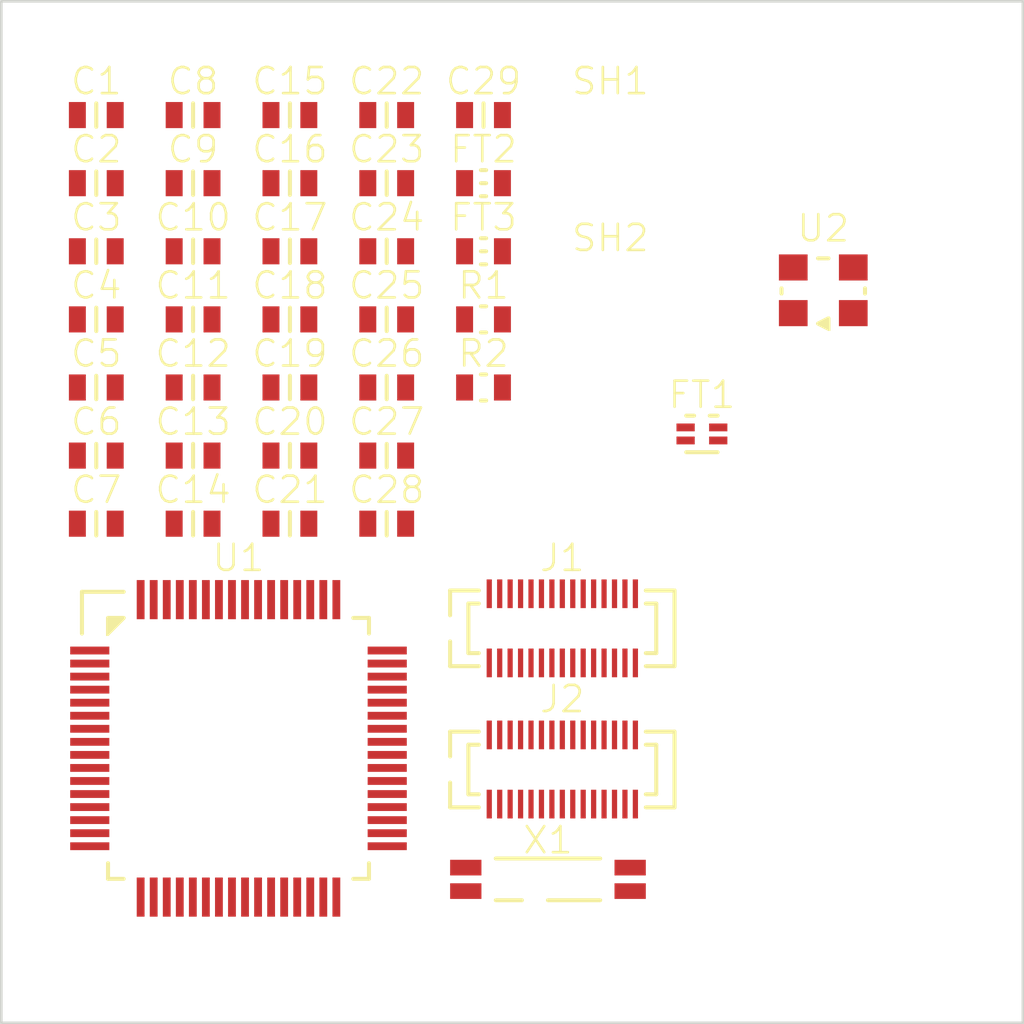
<source format=kicad_pcb>
(kicad_pcb (version 20240108) (generator "pcbnew") (generator_version "8.0")
  (title_block (title "INVERTER BOARD") (date "2024-08-14") (rev "0.1") (company "TON DUC THANG UNIVERSITY") (comment 1 "Schematic Designed by ...") (comment 2 "PCB Designed by ...") (comment 3 "Approved by ..."))
  (layers (0 "F.Cu" signal) (1 "In1.Cu" signal) (2 "In2.Cu" signal) (31 "B.Cu" signal) (34 "B.Paste" user) (35 "F.Paste" user) (36 "B.SilkS" user "B.Silkscreen") (37 "F.SilkS" user "F.Silkscreen") (38 "B.Mask" user) (39 "F.Mask" user) (44 "Edge.Cuts" user))
  (net 0 "")
  (net 1 "GND")
  (net 2 "Net-(U1-AVDD)")
  (net 3 "VDD")
  (net 4 "AGND")
  (net 5 "/VBUS")
  (net 6 "/MC_IPM_TEMP")
  (net 7 "/SYS_CLK")
  (net 8 "/MC_IU_SENSE")
  (net 9 "/MC_VDC_SENSE")
  (net 10 "/MC_IV_SENSE")
  (net 11 "/MC_VU_SENSE")
  (net 12 "/MC_IW_SENSE")
  (net 13 "/MC_VV_SENSE")
  (net 14 "+3V3")
  (net 15 "/MC_IDC_SENSE")
  (net 16 "/MC_VW_SENSE")
  (net 17 "/SOSCI")
  (net 18 "/SOSCO")
  (net 19 "VREF")
  (net 20 "/VREF_SENSE")
  (net 21 "/PFC_IA_SENSE")
  (net 22 "/PFC_IB_SENSE")
  (net 23 "/VAC_SENSE")
  (net 24 "/USB1_N")
  (net 25 "/USB_P")
  (net 26 "/USB_N")
  (net 27 "/USB1_P")
  (net 88 "Net-(U2-CLKO)")
  (net 89 "/~{MEM_TMP}")
  (net 90 "/ENC_HOME")
  (net 91 "/PGD")
  (net 92 "/PFC_PWM_A")
  (net 93 "/MC_PWM_VL")
  (net 94 "/GPIO1")
  (net 95 "/~{INV_FLT_OC}")
  (net 96 "/MC_PWM_UH")
  (net 97 "/TXD1")
  (net 98 "/ENC_INDEX")
  (net 99 "/~{BT_UBT}")
  (net 100 "/PGC")
  (net 101 "/SDI")
  (net 102 "/IND_RUN")
  (net 103 "/~{MEM_CFG}")
  (net 104 "/GPIO2")
  (net 105 "/IND_ERR")
  (net 106 "/MC_PWM_VH")
  (net 107 "/ENC_B")
  (net 108 "/MC_PWM_UL")
  (net 109 "/SYS_CLK_EN")
  (net 110 "/RXD2")
  (net 111 "/PFC_PWM_ENA")
  (net 112 "/ENC_A")
  (net 113 "/TXD2")
  (net 114 "/MC_PWM_WL")
  (net 115 "/PFC_PWM_ENB")
  (net 116 "/SDO")
  (net 117 "/MC_PWM_WH")
  (net 118 "/SCK")
  (net 119 "/~{MCLR}")
  (net 120 "/PFC_PWM_B")
  (net 121 "/RXD1")
  (net 122 "/~{INV_FAULT}")
  (footprint "SAMPI:CAP0603" (layer "F.Cu") (at 85.7275 83.085)
    (property "Reference" "C3" (at 0 -1.3 0) (layer "F.SilkS") (effects (font (thickness 0.1))))
    (property "Value" "22pF" (hide yes))
    (fp_line (start 0 -0.45) (end 0 0.45) (stroke (width 0.154)) (layer "F.SilkS"))
    (pad "1" smd rect (at -0.725 0 180) (size 0.65 1) (layers "F.Cu" "F.Paste" "F.Mask") (net 4 "AGND"))
    (pad "2" smd rect (at 0.725 0 180) (size 0.65 1) (layers "F.Cu" "F.Paste" "F.Mask") (net 22 "/PFC_IB_SENSE"))
  )
  (footprint "SAMPI:CAP0603" (layer "F.Cu") (at 89.4375 80.475)
    (property "Reference" "C9" (at 0 -1.3 0) (layer "F.SilkS") (effects (font (thickness 0.1))))
    (property "Value" "100nF" (hide yes))
    (fp_line (start 0 -0.45) (end 0 0.45) (stroke (width 0.154)) (layer "F.SilkS"))
    (pad "1" smd rect (at -0.725 0 180) (size 0.65 1) (layers "F.Cu" "F.Paste" "F.Mask") (net 4 "AGND"))
    (pad "2" smd rect (at 0.725 0 180) (size 0.65 1) (layers "F.Cu" "F.Paste" "F.Mask") (net 2 "Net-(U1-AVDD)"))
  )
  (footprint "SAMPI:IND1210_4P" (layer "F.Cu") (at 108.9375 90.085)
    (property "Reference" "FT1" (at 0 -1.5 0) (layer "F.SilkS") (effects (font (thickness 0.1))))
    (property "Value" "2x 120R@100MHz" (hide yes))
    (fp_line (start -0.6 -0.7) (end -0.3 -0.7) (stroke (width 0.154)) (layer "F.SilkS"))
    (fp_line (start -0.6 0.7) (end 0.6 0.7) (stroke (width 0.154)) (layer "F.SilkS"))
    (fp_line (start 0.6 -0.7) (end 0.3 -0.7) (stroke (width 0.154)) (layer "F.SilkS"))
    (pad "1" smd rect (at -0.625 -0.25) (size 0.7 0.3) (layers "F.Cu" "F.Paste" "F.Mask") (net 27 "/USB1_P"))
    (pad "2" smd rect (at 0.625 -0.25) (size 0.7 0.3) (layers "F.Cu" "F.Paste" "F.Mask") (net 25 "/USB_P"))
    (pad "3" smd rect (at 0.625 0.25) (size 0.7 0.3) (layers "F.Cu" "F.Paste" "F.Mask") (net 26 "/USB_N"))
    (pad "4" smd rect (at -0.625 0.25) (size 0.7 0.3) (layers "F.Cu" "F.Paste" "F.Mask") (net 24 "/USB1_N"))
  )
  (footprint "SAMPI:CAP0603" (layer "F.Cu") (at 89.4375 88.305)
    (property "Reference" "C12" (at 0 -1.3 0) (layer "F.SilkS") (effects (font (thickness 0.1))))
    (property "Value" "22pF" (hide yes))
    (fp_line (start 0 -0.45) (end 0 0.45) (stroke (width 0.154)) (layer "F.SilkS"))
    (pad "1" smd rect (at -0.725 0 180) (size 0.65 1) (layers "F.Cu" "F.Paste" "F.Mask") (net 1 "GND"))
    (pad "2" smd rect (at 0.725 0 180) (size 0.65 1) (layers "F.Cu" "F.Paste" "F.Mask") (net 2 "Net-(U1-AVDD)"))
  )
  (footprint "SAMPI:CAP0603" (layer "F.Cu") (at 85.7275 80.475)
    (property "Reference" "C2" (at 0 -1.3 0) (layer "F.SilkS") (effects (font (thickness 0.1))))
    (property "Value" "22pF" (hide yes))
    (fp_line (start 0 -0.45) (end 0 0.45) (stroke (width 0.154)) (layer "F.SilkS"))
    (pad "1" smd rect (at -0.725 0 180) (size 0.65 1) (layers "F.Cu" "F.Paste" "F.Mask") (net 4 "AGND"))
    (pad "2" smd rect (at 0.725 0 180) (size 0.65 1) (layers "F.Cu" "F.Paste" "F.Mask") (net 21 "/PFC_IA_SENSE"))
  )
  (footprint "SAMPI:CAP0603" (layer "F.Cu") (at 85.7275 77.865)
    (property "Reference" "C1" (at 0 -1.3 0) (layer "F.SilkS") (effects (font (thickness 0.1))))
    (property "Value" "22pF" (hide yes))
    (fp_line (start 0 -0.45) (end 0 0.45) (stroke (width 0.154)) (layer "F.SilkS"))
    (pad "1" smd rect (at -0.725 0 180) (size 0.65 1) (layers "F.Cu" "F.Paste" "F.Mask") (net 4 "AGND"))
    (pad "2" smd rect (at 0.725 0 180) (size 0.65 1) (layers "F.Cu" "F.Paste" "F.Mask") (net 20 "/VREF_SENSE"))
  )
  (footprint "SAMPI:CAP0603" (layer "F.Cu") (at 93.1475 90.915)
    (property "Reference" "C20" (at 0 -1.3 0) (layer "F.SilkS") (effects (font (thickness 0.1))))
    (property "Value" "22pF" (hide yes))
    (fp_line (start 0 -0.45) (end 0 0.45) (stroke (width 0.154)) (layer "F.SilkS"))
    (pad "1" smd rect (at -0.725 0 180) (size 0.65 1) (layers "F.Cu" "F.Paste" "F.Mask") (net 4 "AGND"))
    (pad "2" smd rect (at 0.725 0 180) (size 0.65 1) (layers "F.Cu" "F.Paste" "F.Mask") (net 10 "/MC_IV_SENSE"))
  )
  (footprint "SAMPI:CAP0603" (layer "F.Cu") (at 100.5675 77.865)
    (property "Reference" "C29" (at 0 -1.3 0) (layer "F.SilkS") (effects (font (thickness 0.1))))
    (property "Value" "9pF" (hide yes))
    (fp_line (start 0 -0.45) (end 0 0.45) (stroke (width 0.154)) (layer "F.SilkS"))
    (pad "1" smd rect (at -0.725 0 180) (size 0.65 1) (layers "F.Cu" "F.Paste" "F.Mask") (net 1 "GND"))
    (pad "2" smd rect (at 0.725 0 180) (size 0.65 1) (layers "F.Cu" "F.Paste" "F.Mask") (net 18 "/SOSCO"))
  )
  (footprint "SAMPI:CAP0603" (layer "F.Cu") (at 89.4375 77.865)
    (property "Reference" "C8" (at 0 -1.3 0) (layer "F.SilkS") (effects (font (thickness 0.1))))
    (property "Value" "100nF" (hide yes))
    (fp_line (start 0 -0.45) (end 0 0.45) (stroke (width 0.154)) (layer "F.SilkS"))
    (pad "1" smd rect (at -0.725 0 180) (size 0.65 1) (layers "F.Cu" "F.Paste" "F.Mask") (net 1 "GND"))
    (pad "2" smd rect (at 0.725 0 180) (size 0.65 1) (layers "F.Cu" "F.Paste" "F.Mask") (net 3 "VDD"))
  )
  (footprint "SAMPI:CAP0603" (layer "F.Cu") (at 93.1475 77.865)
    (property "Reference" "C15" (at 0 -1.3 0) (layer "F.SilkS") (effects (font (thickness 0.1))))
    (property "Value" "22pF" (hide yes))
    (fp_line (start 0 -0.45) (end 0 0.45) (stroke (width 0.154)) (layer "F.SilkS"))
    (pad "1" smd rect (at -0.725 0 180) (size 0.65 1) (layers "F.Cu" "F.Paste" "F.Mask") (net 4 "AGND"))
    (pad "2" smd rect (at 0.725 0 180) (size 0.65 1) (layers "F.Cu" "F.Paste" "F.Mask") (net 6 "/MC_IPM_TEMP"))
  )
  (footprint "SAMPI:CAP0603" (layer "F.Cu") (at 96.8575 88.305)
    (property "Reference" "C26" (at 0 -1.3 0) (layer "F.SilkS") (effects (font (thickness 0.1))))
    (property "Value" "22pF" (hide yes))
    (fp_line (start 0 -0.45) (end 0 0.45) (stroke (width 0.154)) (layer "F.SilkS"))
    (pad "1" smd rect (at -0.725 0 180) (size 0.65 1) (layers "F.Cu" "F.Paste" "F.Mask") (net 4 "AGND"))
    (pad "2" smd rect (at 0.725 0 180) (size 0.65 1) (layers "F.Cu" "F.Paste" "F.Mask") (net 15 "/MC_IDC_SENSE"))
  )
  (footprint "SAMPI:RES0603" (layer "F.Cu") (at 100.5675 88.305)
    (property "Reference" "R2" (at 0 -1.3 0) (layer "F.SilkS") (effects (font (thickness 0.1))))
    (property "Value" "100K" (hide yes))
    (fp_line (start -0.1 -0.5) (end 0.1 -0.5) (stroke (width 0.154)) (layer "F.SilkS"))
    (fp_line (start -0.1 0.5) (end 0.1 0.5) (stroke (width 0.154)) (layer "F.SilkS"))
    (pad "1" smd rect (at -0.725 0 180) (size 0.65 1) (layers "F.Cu" "F.Paste" "F.Mask") (net 5 "/VBUS"))
    (pad "2" smd rect (at 0.725 0 180) (size 0.65 1) (layers "F.Cu" "F.Paste" "F.Mask") (net 1 "GND"))
  )
  (footprint "SAMPI:CAP0603" (layer "F.Cu") (at 96.8575 77.865)
    (property "Reference" "C22" (at 0 -1.3 0) (layer "F.SilkS") (effects (font (thickness 0.1))))
    (property "Value" "22pF" (hide yes))
    (fp_line (start 0 -0.45) (end 0 0.45) (stroke (width 0.154)) (layer "F.SilkS"))
    (pad "1" smd rect (at -0.725 0 180) (size 0.65 1) (layers "F.Cu" "F.Paste" "F.Mask") (net 1 "GND"))
    (pad "2" smd rect (at 0.725 0 180) (size 0.65 1) (layers "F.Cu" "F.Paste" "F.Mask") (net 3 "VDD"))
  )
  (footprint "SAMPI:CAP0603" (layer "F.Cu") (at 85.7275 90.915)
    (property "Reference" "C6" (at 0 -1.3 0) (layer "F.SilkS") (effects (font (thickness 0.1))))
    (property "Value" "100nF" (hide yes))
    (fp_line (start 0 -0.45) (end 0 0.45) (stroke (width 0.154)) (layer "F.SilkS"))
    (pad "1" smd rect (at -0.725 0 180) (size 0.65 1) (layers "F.Cu" "F.Paste" "F.Mask") (net 1 "GND"))
    (pad "2" smd rect (at 0.725 0 180) (size 0.65 1) (layers "F.Cu" "F.Paste" "F.Mask") (net 14 "+3V3"))
  )
  (footprint "SAMPI:SMD4-7015" (layer "F.Cu") (at 103.0375 107.155)
    (property "Reference" "X1" (at 0 -1.5 0) (layer "F.SilkS") (effects (font (thickness 0.1))))
    (property "Value" "32.768kHz" (hide yes))
    (fp_line (start -2 0.8) (end -1 0.8) (stroke (width 0.154)) (layer "F.SilkS"))
    (fp_line (start 0 0.8) (end 2 0.8) (stroke (width 0.154)) (layer "F.SilkS"))
    (fp_line (start 2 -0.8) (end -2 -0.8) (stroke (width 0.154)) (layer "F.SilkS"))
    (pad "1" smd rect (at -3.15 0.45) (size 1.2 0.6) (layers "F.Cu" "F.Paste" "F.Mask") (net 17 "/SOSCI"))
    (pad "2" smd rect (at 3.15 0.45) (size 1.2 0.6) (layers "F.Cu" "F.Paste" "F.Mask") (net 1 "GND"))
    (pad "3" smd rect (at 3.15 -0.45) (size 1.2 0.6) (layers "F.Cu" "F.Paste" "F.Mask") (net 1 "GND"))
    (pad "4" smd rect (at -3.15 -0.45) (size 1.2 0.6) (layers "F.Cu" "F.Paste" "F.Mask") (net 18 "/SOSCO"))
  )
  (footprint "SAMPI:FT0603" (layer "F.Cu") (at 100.5675 80.475)
    (property "Reference" "FT2" (at 0 -1.3 0) (layer "F.SilkS") (effects (font (thickness 0.1))))
    (property "Value" "120R@100MHz" (hide yes))
    (fp_line (start -0.1 -0.5) (end 0.1 -0.5) (stroke (width 0.154)) (layer "F.SilkS"))
    (fp_line (start -0.1 0) (end 0.1 0) (stroke (width 0.154)) (layer "F.SilkS"))
    (fp_line (start -0.1 0.5) (end 0.1 0.5) (stroke (width 0.154)) (layer "F.SilkS"))
    (pad "1" smd rect (at -0.725 0 180) (size 0.65 1) (layers "F.Cu" "F.Paste" "F.Mask") (net 19 "VREF"))
    (pad "2" smd rect (at 0.725 0 180) (size 0.65 1) (layers "F.Cu" "F.Paste" "F.Mask") (net 2 "Net-(U1-AVDD)"))
  )
  (footprint "SAMPI:CAP0603" (layer "F.Cu") (at 93.1475 93.525)
    (property "Reference" "C21" (at 0 -1.3 0) (layer "F.SilkS") (effects (font (thickness 0.1))))
    (property "Value" "22pF" (hide yes))
    (fp_line (start 0 -0.45) (end 0 0.45) (stroke (width 0.154)) (layer "F.SilkS"))
    (pad "1" smd rect (at -0.725 0 180) (size 0.65 1) (layers "F.Cu" "F.Paste" "F.Mask") (net 4 "AGND"))
    (pad "2" smd rect (at 0.725 0 180) (size 0.65 1) (layers "F.Cu" "F.Paste" "F.Mask") (net 11 "/MC_VU_SENSE"))
  )
  (footprint "SAMPI:CAP0603" (layer "F.Cu") (at 93.1475 80.475)
    (property "Reference" "C16" (at 0 -1.3 0) (layer "F.SilkS") (effects (font (thickness 0.1))))
    (property "Value" "22pF" (hide yes))
    (fp_line (start 0 -0.45) (end 0 0.45) (stroke (width 0.154)) (layer "F.SilkS"))
    (pad "1" smd rect (at -0.725 0 180) (size 0.65 1) (layers "F.Cu" "F.Paste" "F.Mask") (net 1 "GND"))
    (pad "2" smd rect (at 0.725 0 180) (size 0.65 1) (layers "F.Cu" "F.Paste" "F.Mask") (net 19 "VREF"))
  )
  (footprint "SAMPI:CAP0603" (layer "F.Cu") (at 96.8575 80.475)
    (property "Reference" "C23" (at 0 -1.3 0) (layer "F.SilkS") (effects (font (thickness 0.1))))
    (property "Value" "22pF" (hide yes))
    (fp_line (start 0 -0.45) (end 0 0.45) (stroke (width 0.154)) (layer "F.SilkS"))
    (pad "1" smd rect (at -0.725 0 180) (size 0.65 1) (layers "F.Cu" "F.Paste" "F.Mask") (net 4 "AGND"))
    (pad "2" smd rect (at 0.725 0 180) (size 0.65 1) (layers "F.Cu" "F.Paste" "F.Mask") (net 12 "/MC_IW_SENSE"))
  )
  (footprint "SAMPI:CAP0603" (layer "F.Cu") (at 85.7275 93.525)
    (property "Reference" "C7" (at 0 -1.3 0) (layer "F.SilkS") (effects (font (thickness 0.1))))
    (property "Value" "100nF" (hide yes))
    (fp_line (start 0 -0.45) (end 0 0.45) (stroke (width 0.154)) (layer "F.SilkS"))
    (pad "1" smd rect (at -0.725 0 180) (size 0.65 1) (layers "F.Cu" "F.Paste" "F.Mask") (net 1 "GND"))
    (pad "2" smd rect (at 0.725 0 180) (size 0.65 1) (layers "F.Cu" "F.Paste" "F.Mask") (net 3 "VDD"))
  )
  (footprint "Liem:HOLDER-3MM" (layer "F.Cu") (at 105.4275 79.565)
    (property "Reference" "SH1" (at 0 -3 0) (layer "F.SilkS") (effects (font (thickness 0.1))))
    (property "Value" "SCREW HOLDER" (hide yes))
    (pad "" np_thru_hole circle (at 0 0 180) (size 3 3) (drill 3) (layers "F&B.Cu" "*.Mask") (clearance 1))
  )
  (footprint "SAMPI:CAP0603" (layer "F.Cu") (at 89.4375 93.525)
    (property "Reference" "C14" (at 0 -1.3 0) (layer "F.SilkS") (effects (font (thickness 0.1))))
    (property "Value" "22pF" (hide yes))
    (fp_line (start 0 -0.45) (end 0 0.45) (stroke (width 0.154)) (layer "F.SilkS"))
    (pad "1" smd rect (at -0.725 0 180) (size 0.65 1) (layers "F.Cu" "F.Paste" "F.Mask") (net 1 "GND"))
    (pad "2" smd rect (at 0.725 0 180) (size 0.65 1) (layers "F.Cu" "F.Paste" "F.Mask") (net 5 "/VBUS"))
  )
  (footprint "SAMPI:CAP0603" (layer "F.Cu") (at 93.1475 88.305)
    (property "Reference" "C19" (at 0 -1.3 0) (layer "F.SilkS") (effects (font (thickness 0.1))))
    (property "Value" "10uF" (hide yes))
    (fp_line (start 0 -0.45) (end 0 0.45) (stroke (width 0.154)) (layer "F.SilkS"))
    (pad "1" smd rect (at -0.725 0 180) (size 0.65 1) (layers "F.Cu" "F.Paste" "F.Mask") (net 1 "GND"))
    (pad "2" smd rect (at 0.725 0 180) (size 0.65 1) (layers "F.Cu" "F.Paste" "F.Mask") (net 3 "VDD"))
  )
  (footprint "SAMPI:CAP0603" (layer "F.Cu") (at 93.1475 83.085)
    (property "Reference" "C17" (at 0 -1.3 0) (layer "F.SilkS") (effects (font (thickness 0.1))))
    (property "Value" "22pF" (hide yes))
    (fp_line (start 0 -0.45) (end 0 0.45) (stroke (width 0.154)) (layer "F.SilkS"))
    (pad "1" smd rect (at -0.725 0 180) (size 0.65 1) (layers "F.Cu" "F.Paste" "F.Mask") (net 4 "AGND"))
    (pad "2" smd rect (at 0.725 0 180) (size 0.65 1) (layers "F.Cu" "F.Paste" "F.Mask") (net 8 "/MC_IU_SENSE"))
  )
  (footprint "SAMPI:CAP0603" (layer "F.Cu") (at 96.8575 85.695)
    (property "Reference" "C25" (at 0 -1.3 0) (layer "F.SilkS") (effects (font (thickness 0.1))))
    (property "Value" "22pF" (hide yes))
    (fp_line (start 0 -0.45) (end 0 0.45) (stroke (width 0.154)) (layer "F.SilkS"))
    (pad "1" smd rect (at -0.725 0 180) (size 0.65 1) (layers "F.Cu" "F.Paste" "F.Mask") (net 1 "GND"))
    (pad "2" smd rect (at 0.725 0 180) (size 0.65 1) (layers "F.Cu" "F.Paste" "F.Mask") (net 14 "+3V3"))
  )
  (footprint "SAMPI:CAP0603" (layer "F.Cu") (at 85.7275 85.695)
    (property "Reference" "C4" (at 0 -1.3 0) (layer "F.SilkS") (effects (font (thickness 0.1))))
    (property "Value" "22pF" (hide yes))
    (fp_line (start 0 -0.45) (end 0 0.45) (stroke (width 0.154)) (layer "F.SilkS"))
    (pad "1" smd rect (at -0.725 0 180) (size 0.65 1) (layers "F.Cu" "F.Paste" "F.Mask") (net 4 "AGND"))
    (pad "2" smd rect (at 0.725 0 180) (size 0.65 1) (layers "F.Cu" "F.Paste" "F.Mask") (net 23 "/VAC_SENSE"))
  )
  (footprint "SAMPI:CDFN3225-4LD-PL-1" (layer "F.Cu") (at 113.587499 84.605)
    (property "Reference" "U2" (at 0 -2.4 0) (layer "F.SilkS") (effects (font (thickness 0.1))))
    (property "Value" "12MHz (3225)" (hide yes))
    (fp_line (start -1.6 0.1) (end -1.6 -0.1) (stroke (width 0.154)) (layer "F.SilkS"))
    (fp_line (start -0.2 -1.25) (end 0.2 -1.25) (stroke (width 0.154)) (layer "F.SilkS"))
    (fp_line (start 1.6 0.1) (end 1.6 -0.1) (stroke (width 0.154)) (layer "F.SilkS"))
    (fp_poly (pts (xy -0.2 1.25) (xy 0.2 1.45) (xy 0.199999 1.05)) (stroke (width 0.154)) (fill solid) (layer "F.SilkS"))
    (pad "1" smd rect (at -1.150001 0.85 180) (size 1.1 1) (layers "F.Cu" "F.Paste" "F.Mask") (net 109 "/SYS_CLK_EN"))
    (pad "2" smd rect (at 1.150001 0.85 180) (size 1.1 1) (layers "F.Cu" "F.Paste" "F.Mask") (net 1 "GND"))
    (pad "3" smd rect (at 1.150001 -0.9 180) (size 1.1 1) (layers "F.Cu" "F.Paste" "F.Mask") (net 88 "Net-(U2-CLKO)"))
    (pad "4" smd rect (at -1.150001 -0.9 180) (size 1.1 1) (layers "F.Cu" "F.Paste" "F.Mask") (net 14 "+3V3"))
  )
  (footprint "SAMPI:CAP0603" (layer "F.Cu") (at 89.4375 90.915)
    (property "Reference" "C13" (at 0 -1.3 0) (layer "F.SilkS") (effects (font (thickness 0.1))))
    (property "Value" "100nF" (hide yes))
    (fp_line (start 0 -0.45) (end 0 0.45) (stroke (width 0.154)) (layer "F.SilkS"))
    (pad "1" smd rect (at -0.725 0 180) (size 0.65 1) (layers "F.Cu" "F.Paste" "F.Mask") (net 1 "GND"))
    (pad "2" smd rect (at 0.725 0 180) (size 0.65 1) (layers "F.Cu" "F.Paste" "F.Mask") (net 3 "VDD"))
  )
  (footprint "SAMPI:HD-2x15x0.4-SMD" (layer "F.Cu") (at 103.5875 97.535)
    (property "Reference" "J1" (at 0 -2.7 0) (layer "F.SilkS") (effects (font (thickness 0.1))))
    (property "Value" "HEADER 2x15POS" (hide yes))
    (fp_line (start -4.3 -1.45) (end -4.3 -0.5) (stroke (width 0.154)) (layer "F.SilkS"))
    (fp_line (start -4.3 -1.45) (end -3.2 -1.45) (stroke (width 0.154)) (layer "F.SilkS"))
    (fp_line (start -4.3 0.5) (end -4.3 1.45) (stroke (width 0.154)) (layer "F.SilkS"))
    (fp_line (start -3.6 -0.95) (end -3.2 -0.95) (stroke (width 0.154)) (layer "F.SilkS"))
    (fp_line (start -3.6 0.95) (end -3.6 -0.95) (stroke (width 0.154)) (layer "F.SilkS"))
    (fp_line (start -3.2 0.95) (end -3.6 0.95) (stroke (width 0.154)) (layer "F.SilkS"))
    (fp_line (start -3.2 1.45) (end -4.3 1.45) (stroke (width 0.154)) (layer "F.SilkS"))
    (fp_line (start 3.2 -1.45) (end 4.3 -1.45) (stroke (width 0.154)) (layer "F.SilkS"))
    (fp_line (start 3.2 -0.95) (end 3.6 -0.95) (stroke (width 0.154)) (layer "F.SilkS"))
    (fp_line (start 3.6 -0.95) (end 3.6 0.95) (stroke (width 0.154)) (layer "F.SilkS"))
    (fp_line (start 3.6 0.95) (end 3.2 0.95) (stroke (width 0.154)) (layer "F.SilkS"))
    (fp_line (start 4.3 -1.45) (end 4.3 1.45) (stroke (width 0.154)) (layer "F.SilkS"))
    (fp_line (start 4.3 1.45) (end 3.2 1.45) (stroke (width 0.154)) (layer "F.SilkS"))
    (pad "1" smd rect (at -2.8 1.325) (size 0.2 1.1) (layers "F.Cu" "F.Paste" "F.Mask"))
    (pad "2" smd rect (at -2.8 -1.325) (size 0.2 1.1) (layers "F.Cu" "F.Paste" "F.Mask"))
    (pad "3" smd rect (at -2.4 1.325) (size 0.2 1.1) (layers "F.Cu" "F.Paste" "F.Mask"))
    (pad "4" smd rect (at -2.4 -1.325) (size 0.2 1.1) (layers "F.Cu" "F.Paste" "F.Mask"))
    (pad "5" smd rect (at -2 1.325) (size 0.2 1.1) (layers "F.Cu" "F.Paste" "F.Mask"))
    (pad "6" smd rect (at -2 -1.325) (size 0.2 1.1) (layers "F.Cu" "F.Paste" "F.Mask"))
    (pad "7" smd rect (at -1.6 1.325) (size 0.2 1.1) (layers "F.Cu" "F.Paste" "F.Mask"))
    (pad "8" smd rect (at -1.6 -1.325) (size 0.2 1.1) (layers "F.Cu" "F.Paste" "F.Mask"))
    (pad "9" smd rect (at -1.2 1.325) (size 0.2 1.1) (layers "F.Cu" "F.Paste" "F.Mask"))
    (pad "10" smd rect (at -1.2 -1.325) (size 0.2 1.1) (layers "F.Cu" "F.Paste" "F.Mask"))
    (pad "11" smd rect (at -0.8 1.325) (size 0.2 1.1) (layers "F.Cu" "F.Paste" "F.Mask"))
    (pad "12" smd rect (at -0.8 -1.325) (size 0.2 1.1) (layers "F.Cu" "F.Paste" "F.Mask"))
    (pad "13" smd rect (at -0.4 1.325) (size 0.2 1.1) (layers "F.Cu" "F.Paste" "F.Mask"))
    (pad "14" smd rect (at -0.4 -1.325) (size 0.2 1.1) (layers "F.Cu" "F.Paste" "F.Mask"))
    (pad "15" smd rect (at 0 1.325) (size 0.2 1.1) (layers "F.Cu" "F.Paste" "F.Mask"))
    (pad "16" smd rect (at 0 -1.325) (size 0.2 1.1) (layers "F.Cu" "F.Paste" "F.Mask"))
    (pad "17" smd rect (at 0.4 1.325) (size 0.2 1.1) (layers "F.Cu" "F.Paste" "F.Mask"))
    (pad "18" smd rect (at 0.4 -1.325) (size 0.2 1.1) (layers "F.Cu" "F.Paste" "F.Mask"))
    (pad "19" smd rect (at 0.8 1.325) (size 0.2 1.1) (layers "F.Cu" "F.Paste" "F.Mask"))
    (pad "20" smd rect (at 0.8 -1.325) (size 0.2 1.1) (layers "F.Cu" "F.Paste" "F.Mask"))
    (pad "21" smd rect (at 1.2 1.325) (size 0.2 1.1) (layers "F.Cu" "F.Paste" "F.Mask"))
    (pad "22" smd rect (at 1.2 -1.325) (size 0.2 1.1) (layers "F.Cu" "F.Paste" "F.Mask"))
    (pad "23" smd rect (at 1.6 1.325) (size 0.2 1.1) (layers "F.Cu" "F.Paste" "F.Mask"))
    (pad "24" smd rect (at 1.6 -1.325) (size 0.2 1.1) (layers "F.Cu" "F.Paste" "F.Mask"))
    (pad "25" smd rect (at 2 1.325) (size 0.2 1.1) (layers "F.Cu" "F.Paste" "F.Mask"))
    (pad "26" smd rect (at 2 -1.325) (size 0.2 1.1) (layers "F.Cu" "F.Paste" "F.Mask"))
    (pad "27" smd rect (at 2.4 1.325) (size 0.2 1.1) (layers "F.Cu" "F.Paste" "F.Mask"))
    (pad "28" smd rect (at 2.4 -1.325) (size 0.2 1.1) (layers "F.Cu" "F.Paste" "F.Mask"))
    (pad "29" smd rect (at 2.8 1.325) (size 0.2 1.1) (layers "F.Cu" "F.Paste" "F.Mask"))
    (pad "30" smd rect (at 2.8 -1.325) (size 0.2 1.1) (layers "F.Cu" "F.Paste" "F.Mask"))
  )
  (footprint "SAMPI:CAP0603" (layer "F.Cu") (at 85.7275 88.305)
    (property "Reference" "C5" (at 0 -1.3 0) (layer "F.SilkS") (effects (font (thickness 0.1))))
    (property "Value" "22pF" (hide yes))
    (fp_line (start 0 -0.45) (end 0 0.45) (stroke (width 0.154)) (layer "F.SilkS"))
    (pad "1" smd rect (at -0.725 0 180) (size 0.65 1) (layers "F.Cu" "F.Paste" "F.Mask") (net 1 "GND"))
    (pad "2" smd rect (at 0.725 0 180) (size 0.65 1) (layers "F.Cu" "F.Paste" "F.Mask") (net 7 "/SYS_CLK"))
  )
  (footprint "SAMPI:RES0603" (layer "F.Cu") (at 100.5675 85.695)
    (property "Reference" "R1" (at 0 -1.3 0) (layer "F.SilkS") (effects (font (thickness 0.1))))
    (property "Value" "0R" (hide yes))
    (fp_line (start -0.1 -0.5) (end 0.1 -0.5) (stroke (width 0.154)) (layer "F.SilkS"))
    (fp_line (start -0.1 0.5) (end 0.1 0.5) (stroke (width 0.154)) (layer "F.SilkS"))
    (pad "1" smd rect (at -0.725 0 180) (size 0.65 1) (layers "F.Cu" "F.Paste" "F.Mask") (net 7 "/SYS_CLK"))
    (pad "2" smd rect (at 0.725 0 180) (size 0.65 1) (layers "F.Cu" "F.Paste" "F.Mask") (net 88 "Net-(U2-CLKO)"))
  )
  (footprint "SAMPI:CAP0603" (layer "F.Cu") (at 96.8575 90.915)
    (property "Reference" "C27" (at 0 -1.3 0) (layer "F.SilkS") (effects (font (thickness 0.1))))
    (property "Value" "22pF" (hide yes))
    (fp_line (start 0 -0.45) (end 0 0.45) (stroke (width 0.154)) (layer "F.SilkS"))
    (pad "1" smd rect (at -0.725 0 180) (size 0.65 1) (layers "F.Cu" "F.Paste" "F.Mask") (net 4 "AGND"))
    (pad "2" smd rect (at 0.725 0 180) (size 0.65 1) (layers "F.Cu" "F.Paste" "F.Mask") (net 16 "/MC_VW_SENSE"))
  )
  (footprint "SAMPI:CAP0603" (layer "F.Cu") (at 89.4375 85.695)
    (property "Reference" "C11" (at 0 -1.3 0) (layer "F.SilkS") (effects (font (thickness 0.1))))
    (property "Value" "100nF" (hide yes))
    (fp_line (start 0 -0.45) (end 0 0.45) (stroke (width 0.154)) (layer "F.SilkS"))
    (pad "1" smd rect (at -0.725 0 180) (size 0.65 1) (layers "F.Cu" "F.Paste" "F.Mask") (net 1 "GND"))
    (pad "2" smd rect (at 0.725 0 180) (size 0.65 1) (layers "F.Cu" "F.Paste" "F.Mask") (net 3 "VDD"))
  )
  (footprint "SAMPI:HD-2x15x0.4-SMD" (layer "F.Cu") (at 103.5875 102.945)
    (property "Reference" "J2" (at 0 -2.7 0) (layer "F.SilkS") (effects (font (thickness 0.1))))
    (property "Value" "HEADER 2x15POS" (hide yes))
    (fp_line (start -4.3 -1.45) (end -4.3 -0.5) (stroke (width 0.154)) (layer "F.SilkS"))
    (fp_line (start -4.3 -1.45) (end -3.2 -1.45) (stroke (width 0.154)) (layer "F.SilkS"))
    (fp_line (start -4.3 0.5) (end -4.3 1.45) (stroke (width 0.154)) (layer "F.SilkS"))
    (fp_line (start -3.6 -0.95) (end -3.2 -0.95) (stroke (width 0.154)) (layer "F.SilkS"))
    (fp_line (start -3.6 0.95) (end -3.6 -0.95) (stroke (width 0.154)) (layer "F.SilkS"))
    (fp_line (start -3.2 0.95) (end -3.6 0.95) (stroke (width 0.154)) (layer "F.SilkS"))
    (fp_line (start -3.2 1.45) (end -4.3 1.45) (stroke (width 0.154)) (layer "F.SilkS"))
    (fp_line (start 3.2 -1.45) (end 4.3 -1.45) (stroke (width 0.154)) (layer "F.SilkS"))
    (fp_line (start 3.2 -0.95) (end 3.6 -0.95) (stroke (width 0.154)) (layer "F.SilkS"))
    (fp_line (start 3.6 -0.95) (end 3.6 0.95) (stroke (width 0.154)) (layer "F.SilkS"))
    (fp_line (start 3.6 0.95) (end 3.2 0.95) (stroke (width 0.154)) (layer "F.SilkS"))
    (fp_line (start 4.3 -1.45) (end 4.3 1.45) (stroke (width 0.154)) (layer "F.SilkS"))
    (fp_line (start 4.3 1.45) (end 3.2 1.45) (stroke (width 0.154)) (layer "F.SilkS"))
    (pad "1" smd rect (at -2.8 1.325) (size 0.2 1.1) (layers "F.Cu" "F.Paste" "F.Mask"))
    (pad "2" smd rect (at -2.8 -1.325) (size 0.2 1.1) (layers "F.Cu" "F.Paste" "F.Mask"))
    (pad "3" smd rect (at -2.4 1.325) (size 0.2 1.1) (layers "F.Cu" "F.Paste" "F.Mask"))
    (pad "4" smd rect (at -2.4 -1.325) (size 0.2 1.1) (layers "F.Cu" "F.Paste" "F.Mask"))
    (pad "5" smd rect (at -2 1.325) (size 0.2 1.1) (layers "F.Cu" "F.Paste" "F.Mask"))
    (pad "6" smd rect (at -2 -1.325) (size 0.2 1.1) (layers "F.Cu" "F.Paste" "F.Mask"))
    (pad "7" smd rect (at -1.6 1.325) (size 0.2 1.1) (layers "F.Cu" "F.Paste" "F.Mask"))
    (pad "8" smd rect (at -1.6 -1.325) (size 0.2 1.1) (layers "F.Cu" "F.Paste" "F.Mask"))
    (pad "9" smd rect (at -1.2 1.325) (size 0.2 1.1) (layers "F.Cu" "F.Paste" "F.Mask"))
    (pad "10" smd rect (at -1.2 -1.325) (size 0.2 1.1) (layers "F.Cu" "F.Paste" "F.Mask"))
    (pad "11" smd rect (at -0.8 1.325) (size 0.2 1.1) (layers "F.Cu" "F.Paste" "F.Mask"))
    (pad "12" smd rect (at -0.8 -1.325) (size 0.2 1.1) (layers "F.Cu" "F.Paste" "F.Mask"))
    (pad "13" smd rect (at -0.4 1.325) (size 0.2 1.1) (layers "F.Cu" "F.Paste" "F.Mask"))
    (pad "14" smd rect (at -0.4 -1.325) (size 0.2 1.1) (layers "F.Cu" "F.Paste" "F.Mask"))
    (pad "15" smd rect (at 0 1.325) (size 0.2 1.1) (layers "F.Cu" "F.Paste" "F.Mask"))
    (pad "16" smd rect (at 0 -1.325) (size 0.2 1.1) (layers "F.Cu" "F.Paste" "F.Mask"))
    (pad "17" smd rect (at 0.4 1.325) (size 0.2 1.1) (layers "F.Cu" "F.Paste" "F.Mask"))
    (pad "18" smd rect (at 0.4 -1.325) (size 0.2 1.1) (layers "F.Cu" "F.Paste" "F.Mask"))
    (pad "19" smd rect (at 0.8 1.325) (size 0.2 1.1) (layers "F.Cu" "F.Paste" "F.Mask"))
    (pad "20" smd rect (at 0.8 -1.325) (size 0.2 1.1) (layers "F.Cu" "F.Paste" "F.Mask"))
    (pad "21" smd rect (at 1.2 1.325) (size 0.2 1.1) (layers "F.Cu" "F.Paste" "F.Mask"))
    (pad "22" smd rect (at 1.2 -1.325) (size 0.2 1.1) (layers "F.Cu" "F.Paste" "F.Mask"))
    (pad "23" smd rect (at 1.6 1.325) (size 0.2 1.1) (layers "F.Cu" "F.Paste" "F.Mask"))
    (pad "24" smd rect (at 1.6 -1.325) (size 0.2 1.1) (layers "F.Cu" "F.Paste" "F.Mask"))
    (pad "25" smd rect (at 2 1.325) (size 0.2 1.1) (layers "F.Cu" "F.Paste" "F.Mask"))
    (pad "26" smd rect (at 2 -1.325) (size 0.2 1.1) (layers "F.Cu" "F.Paste" "F.Mask"))
    (pad "27" smd rect (at 2.4 1.325) (size 0.2 1.1) (layers "F.Cu" "F.Paste" "F.Mask"))
    (pad "28" smd rect (at 2.4 -1.325) (size 0.2 1.1) (layers "F.Cu" "F.Paste" "F.Mask"))
    (pad "29" smd rect (at 2.8 1.325) (size 0.2 1.1) (layers "F.Cu" "F.Paste" "F.Mask"))
    (pad "30" smd rect (at 2.8 -1.325) (size 0.2 1.1) (layers "F.Cu" "F.Paste" "F.Mask"))
  )
  (footprint "SAMPI:FT0603" (layer "F.Cu") (at 100.5675 83.085)
    (property "Reference" "FT3" (at 0 -1.3 0) (layer "F.SilkS") (effects (font (thickness 0.1))))
    (property "Value" "120R@100MHz" (hide yes))
    (fp_line (start -0.1 -0.5) (end 0.1 -0.5) (stroke (width 0.154)) (layer "F.SilkS"))
    (fp_line (start -0.1 0) (end 0.1 0) (stroke (width 0.154)) (layer "F.SilkS"))
    (fp_line (start -0.1 0.5) (end 0.1 0.5) (stroke (width 0.154)) (layer "F.SilkS"))
    (pad "1" smd rect (at -0.725 0 180) (size 0.65 1) (layers "F.Cu" "F.Paste" "F.Mask") (net 14 "+3V3"))
    (pad "2" smd rect (at 0.725 0 180) (size 0.65 1) (layers "F.Cu" "F.Paste" "F.Mask") (net 3 "VDD"))
  )
  (footprint "SAMPI:CAP0603" (layer "F.Cu") (at 96.8575 83.085)
    (property "Reference" "C24" (at 0 -1.3 0) (layer "F.SilkS") (effects (font (thickness 0.1))))
    (property "Value" "22pF" (hide yes))
    (fp_line (start 0 -0.45) (end 0 0.45) (stroke (width 0.154)) (layer "F.SilkS"))
    (pad "1" smd rect (at -0.725 0 180) (size 0.65 1) (layers "F.Cu" "F.Paste" "F.Mask") (net 4 "AGND"))
    (pad "2" smd rect (at 0.725 0 180) (size 0.65 1) (layers "F.Cu" "F.Paste" "F.Mask") (net 13 "/MC_VV_SENSE"))
  )
  (footprint "SAMPI:TQFP64_10x10_MCHP" (layer "F.Cu") (at 91.1775 102.135)
    (property "Reference" "U1" (at 0 -7.3 0) (layer "F.SilkS") (effects (font (thickness 0.1))))
    (property "Value" "MIPS 32-bit DSC" (hide yes))
    (fp_line (start -6 -6) (end -4.4 -6) (stroke (width 0.154)) (layer "F.SilkS"))
    (fp_line (start -6 -4.4) (end -6 -6) (stroke (width 0.154)) (layer "F.SilkS"))
    (fp_line (start -5 4.4) (end -5 5) (stroke (width 0.154)) (layer "F.SilkS"))
    (fp_line (start -5 5) (end -4.4 5) (stroke (width 0.154)) (layer "F.SilkS"))
    (fp_line (start 4.4 -5) (end 5 -5) (stroke (width 0.154)) (layer "F.SilkS"))
    (fp_line (start 4.4 5) (end 5 5) (stroke (width 0.154)) (layer "F.SilkS"))
    (fp_line (start 5 -5) (end 5 -4.4) (stroke (width 0.154)) (layer "F.SilkS"))
    (fp_line (start 5 4.4) (end 5 5) (stroke (width 0.154)) (layer "F.SilkS"))
    (fp_poly (pts (xy -4.4 -5) (xy -5 -5) (xy -5 -4.4)) (stroke (width 0.154)) (fill solid) (layer "F.SilkS"))
    (pad "1" smd rect (at -5.7 -3.75 270) (size 0.3 1.5) (layers "F.Cu" "F.Paste" "F.Mask") (net 102 "/IND_RUN"))
    (pad "2" smd rect (at -5.7 -3.25 270) (size 0.3 1.5) (layers "F.Cu" "F.Paste" "F.Mask") (net 94 "/GPIO1"))
    (pad "3" smd rect (at -5.7 -2.75 270) (size 0.3 1.5) (layers "F.Cu" "F.Paste" "F.Mask") (net 104 "/GPIO2"))
    (pad "4" smd rect (at -5.7 -2.25 270) (size 0.3 1.5) (layers "F.Cu" "F.Paste" "F.Mask") (net 112 "/ENC_A"))
    (pad "5" smd rect (at -5.7 -1.75 270) (size 0.3 1.5) (layers "F.Cu" "F.Paste" "F.Mask") (net 107 "/ENC_B"))
    (pad "6" smd rect (at -5.7 -1.25 270) (size 0.3 1.5) (layers "F.Cu" "F.Paste" "F.Mask") (net 98 "/ENC_INDEX"))
    (pad "7" smd rect (at -5.7 -0.75 270) (size 0.3 1.5) (layers "F.Cu" "F.Paste" "F.Mask") (net 119 "/~{MCLR}"))
    (pad "8" smd rect (at -5.7 -0.25 270) (size 0.3 1.5) (layers "F.Cu" "F.Paste" "F.Mask") (net 90 "/ENC_HOME"))
    (pad "9" smd rect (at -5.7 0.25 270) (size 0.3 1.5) (layers "F.Cu" "F.Paste" "F.Mask") (net 1 "GND"))
    (pad "10" smd rect (at -5.7 0.75 270) (size 0.3 1.5) (layers "F.Cu" "F.Paste" "F.Mask") (net 3 "VDD"))
    (pad "11" smd rect (at -5.7 1.25 270) (size 0.3 1.5) (layers "F.Cu" "F.Paste" "F.Mask") (net 9 "/MC_VDC_SENSE"))
    (pad "12" smd rect (at -5.7 1.75 270) (size 0.3 1.5) (layers "F.Cu" "F.Paste" "F.Mask") (net 15 "/MC_IDC_SENSE"))
    (pad "13" smd rect (at -5.7 2.25 270) (size 0.3 1.5) (layers "F.Cu" "F.Paste" "F.Mask") (net 8 "/MC_IU_SENSE"))
    (pad "14" smd rect (at -5.7 2.75 270) (size 0.3 1.5) (layers "F.Cu" "F.Paste" "F.Mask") (net 10 "/MC_IV_SENSE"))
    (pad "15" smd rect (at -5.7 3.25 270) (size 0.3 1.5) (layers "F.Cu" "F.Paste" "F.Mask") (net 12 "/MC_IW_SENSE"))
    (pad "16" smd rect (at -5.7 3.75 270) (size 0.3 1.5) (layers "F.Cu" "F.Paste" "F.Mask") (net 11 "/MC_VU_SENSE"))
    (pad "17" smd rect (at -3.75 5.7) (size 0.3 1.5) (layers "F.Cu" "F.Paste" "F.Mask") (net 100 "/PGC"))
    (pad "18" smd rect (at -3.25 5.7) (size 0.3 1.5) (layers "F.Cu" "F.Paste" "F.Mask") (net 91 "/PGD"))
    (pad "19" smd rect (at -2.75 5.7) (size 0.3 1.5) (layers "F.Cu" "F.Paste" "F.Mask") (net 2 "Net-(U1-AVDD)"))
    (pad "20" smd rect (at -2.25 5.7) (size 0.3 1.5) (layers "F.Cu" "F.Paste" "F.Mask") (net 4 "AGND"))
    (pad "21" smd rect (at -1.75 5.7) (size 0.3 1.5) (layers "F.Cu" "F.Paste" "F.Mask") (net 16 "/MC_VW_SENSE"))
    (pad "22" smd rect (at -1.25 5.7) (size 0.3 1.5) (layers "F.Cu" "F.Paste" "F.Mask") (net 13 "/MC_VV_SENSE"))
    (pad "23" smd rect (at -0.75 5.7) (size 0.3 1.5) (layers "F.Cu" "F.Paste" "F.Mask") (net 6 "/MC_IPM_TEMP"))
    (pad "24" smd rect (at -0.25 5.7) (size 0.3 1.5) (layers "F.Cu" "F.Paste" "F.Mask") (net 20 "/VREF_SENSE"))
    (pad "25" smd rect (at 0.25 5.7) (size 0.3 1.5) (layers "F.Cu" "F.Paste" "F.Mask") (net 1 "GND"))
    (pad "26" smd rect (at 0.75 5.7) (size 0.3 1.5) (layers "F.Cu" "F.Paste" "F.Mask") (net 3 "VDD"))
    (pad "27" smd rect (at 1.25 5.7) (size 0.3 1.5) (layers "F.Cu" "F.Paste" "F.Mask") (net 21 "/PFC_IA_SENSE"))
    (pad "28" smd rect (at 1.75 5.7) (size 0.3 1.5) (layers "F.Cu" "F.Paste" "F.Mask") (net 22 "/PFC_IB_SENSE"))
    (pad "29" smd rect (at 2.25 5.7) (size 0.3 1.5) (layers "F.Cu" "F.Paste" "F.Mask") (net 116 "/SDO"))
    (pad "30" smd rect (at 2.75 5.7) (size 0.3 1.5) (layers "F.Cu" "F.Paste" "F.Mask") (net 101 "/SDI"))
    (pad "31" smd rect (at 3.25 5.7) (size 0.3 1.5) (layers "F.Cu" "F.Paste" "F.Mask") (net 118 "/SCK"))
    (pad "32" smd rect (at 3.75 5.7) (size 0.3 1.5) (layers "F.Cu" "F.Paste" "F.Mask") (net 89 "/~{MEM_TMP}"))
    (pad "33" smd rect (at 5.7 3.75 270) (size 0.3 1.5) (layers "F.Cu" "F.Paste" "F.Mask") (net 103 "/~{MEM_CFG}"))
    (pad "34" smd rect (at 5.7 3.25 270) (size 0.3 1.5) (layers "F.Cu" "F.Paste" "F.Mask") (net 5 "/VBUS"))
    (pad "35" smd rect (at 5.7 2.75 270) (size 0.3 1.5) (layers "F.Cu" "F.Paste" "F.Mask") (net 3 "VDD"))
    (pad "36" smd rect (at 5.7 2.25 270) (size 0.3 1.5) (layers "F.Cu" "F.Paste" "F.Mask") (net 24 "/USB1_N"))
    (pad "37" smd rect (at 5.7 1.75 270) (size 0.3 1.5) (layers "F.Cu" "F.Paste" "F.Mask") (net 27 "/USB1_P"))
    (pad "38" smd rect (at 5.7 1.25 270) (size 0.3 1.5) (layers "F.Cu" "F.Paste" "F.Mask") (net 3 "VDD"))
    (pad "39" smd rect (at 5.7 0.75 270) (size 0.3 1.5) (layers "F.Cu" "F.Paste" "F.Mask") (net 7 "/SYS_CLK"))
    (pad "40" smd rect (at 5.7 0.25 270) (size 0.3 1.5) (layers "F.Cu" "F.Paste" "F.Mask") (net 109 "/SYS_CLK_EN"))
    (pad "41" smd rect (at 5.7 -0.25 270) (size 0.3 1.5) (layers "F.Cu" "F.Paste" "F.Mask") (net 1 "GND"))
    (pad "42" smd rect (at 5.7 -0.75 270) (size 0.3 1.5) (layers "F.Cu" "F.Paste" "F.Mask") (net 99 "/~{BT_UBT}"))
    (pad "43" smd rect (at 5.7 -1.25 270) (size 0.3 1.5) (layers "F.Cu" "F.Paste" "F.Mask") (net 110 "/RXD2"))
    (pad "44" smd rect (at 5.7 -1.75 270) (size 0.3 1.5) (layers "F.Cu" "F.Paste" "F.Mask") (net 121 "/RXD1"))
    (pad "45" smd rect (at 5.7 -2.25 270) (size 0.3 1.5) (layers "F.Cu" "F.Paste" "F.Mask") (net 113 "/TXD2"))
    (pad "46" smd rect (at 5.7 -2.75 270) (size 0.3 1.5) (layers "F.Cu" "F.Paste" "F.Mask") (net 97 "/TXD1"))
    (pad "47" smd rect (at 5.7 -3.25 270) (size 0.3 1.5) (layers "F.Cu" "F.Paste" "F.Mask") (net 17 "/SOSCI"))
    (pad "48" smd rect (at 5.7 -3.75 270) (size 0.3 1.5) (layers "F.Cu" "F.Paste" "F.Mask") (net 18 "/SOSCO"))
    (pad "49" smd rect (at 3.75 -5.7) (size 0.3 1.5) (layers "F.Cu" "F.Paste" "F.Mask") (net 23 "/VAC_SENSE"))
    (pad "50" smd rect (at 3.25 -5.7) (size 0.3 1.5) (layers "F.Cu" "F.Paste" "F.Mask") (net 117 "/MC_PWM_WH"))
    (pad "51" smd rect (at 2.75 -5.7) (size 0.3 1.5) (layers "F.Cu" "F.Paste" "F.Mask") (net 114 "/MC_PWM_WL"))
    (pad "52" smd rect (at 2.25 -5.7) (size 0.3 1.5) (layers "F.Cu" "F.Paste" "F.Mask") (net 106 "/MC_PWM_VH"))
    (pad "53" smd rect (at 1.75 -5.7) (size 0.3 1.5) (layers "F.Cu" "F.Paste" "F.Mask") (net 96 "/MC_PWM_UH"))
    (pad "54" smd rect (at 1.25 -5.7) (size 0.3 1.5) (layers "F.Cu" "F.Paste" "F.Mask") (net 108 "/MC_PWM_UL"))
    (pad "55" smd rect (at 0.75 -5.7) (size 0.3 1.5) (layers "F.Cu" "F.Paste" "F.Mask") (net 93 "/MC_PWM_VL"))
    (pad "56" smd rect (at 0.25 -5.7) (size 0.3 1.5) (layers "F.Cu" "F.Paste" "F.Mask") (net 1 "GND"))
    (pad "57" smd rect (at -0.25 -5.7) (size 0.3 1.5) (layers "F.Cu" "F.Paste" "F.Mask") (net 3 "VDD"))
    (pad "58" smd rect (at -0.75 -5.7) (size 0.3 1.5) (layers "F.Cu" "F.Paste" "F.Mask") (net 122 "/~{INV_FAULT}"))
    (pad "59" smd rect (at -1.25 -5.7) (size 0.3 1.5) (layers "F.Cu" "F.Paste" "F.Mask") (net 95 "/~{INV_FLT_OC}"))
    (pad "60" smd rect (at -1.75 -5.7) (size 0.3 1.5) (layers "F.Cu" "F.Paste" "F.Mask") (net 92 "/PFC_PWM_A"))
    (pad "61" smd rect (at -2.25 -5.7) (size 0.3 1.5) (layers "F.Cu" "F.Paste" "F.Mask") (net 111 "/PFC_PWM_ENA"))
    (pad "62" smd rect (at -2.75 -5.7) (size 0.3 1.5) (layers "F.Cu" "F.Paste" "F.Mask") (net 120 "/PFC_PWM_B"))
    (pad "63" smd rect (at -3.25 -5.7) (size 0.3 1.5) (layers "F.Cu" "F.Paste" "F.Mask") (net 115 "/PFC_PWM_ENB"))
    (pad "64" smd rect (at -3.75 -5.7) (size 0.3 1.5) (layers "F.Cu" "F.Paste" "F.Mask") (net 105 "/IND_ERR"))
  )
  (footprint "SAMPI:CAP0603" (layer "F.Cu") (at 89.4375 83.085)
    (property "Reference" "C10" (at 0 -1.3 0) (layer "F.SilkS") (effects (font (thickness 0.1))))
    (property "Value" "10uF" (hide yes))
    (fp_line (start 0 -0.45) (end 0 0.45) (stroke (width 0.154)) (layer "F.SilkS"))
    (pad "1" smd rect (at -0.725 0 180) (size 0.65 1) (layers "F.Cu" "F.Paste" "F.Mask") (net 1 "GND"))
    (pad "2" smd rect (at 0.725 0 180) (size 0.65 1) (layers "F.Cu" "F.Paste" "F.Mask") (net 2 "Net-(U1-AVDD)"))
  )
  (footprint "SAMPI:CAP0603" (layer "F.Cu") (at 93.1475 85.695)
    (property "Reference" "C18" (at 0 -1.3 0) (layer "F.SilkS") (effects (font (thickness 0.1))))
    (property "Value" "22pF" (hide yes))
    (fp_line (start 0 -0.45) (end 0 0.45) (stroke (width 0.154)) (layer "F.SilkS"))
    (pad "1" smd rect (at -0.725 0 180) (size 0.65 1) (layers "F.Cu" "F.Paste" "F.Mask") (net 4 "AGND"))
    (pad "2" smd rect (at 0.725 0 180) (size 0.65 1) (layers "F.Cu" "F.Paste" "F.Mask") (net 9 "/MC_VDC_SENSE"))
  )
  (footprint "SAMPI:CAP0603" (layer "F.Cu") (at 96.8575 93.525)
    (property "Reference" "C28" (at 0 -1.3 0) (layer "F.SilkS") (effects (font (thickness 0.1))))
    (property "Value" "9pF" (hide yes))
    (fp_line (start 0 -0.45) (end 0 0.45) (stroke (width 0.154)) (layer "F.SilkS"))
    (pad "1" smd rect (at -0.725 0 180) (size 0.65 1) (layers "F.Cu" "F.Paste" "F.Mask") (net 1 "GND"))
    (pad "2" smd rect (at 0.725 0 180) (size 0.65 1) (layers "F.Cu" "F.Paste" "F.Mask") (net 17 "/SOSCI"))
  )
  (footprint "Liem:HOLDER-3MM" (layer "F.Cu") (at 105.4275 85.575)
    (property "Reference" "SH2" (at 0 -3 0) (layer "F.SilkS") (effects (font (thickness 0.1))))
    (property "Value" "SCREW HOLDER" (hide yes))
    (pad "" np_thru_hole circle (at 0 0 180) (size 3 3) (drill 3) (layers "F&B.Cu" "*.Mask") (clearance 1))
  )
  (gr_rect (start 82.0875 73.505) (end 121.2375 112.655) (stroke (width 0.1)) (fill none) (layer "Edge.Cuts"))
)
</source>
